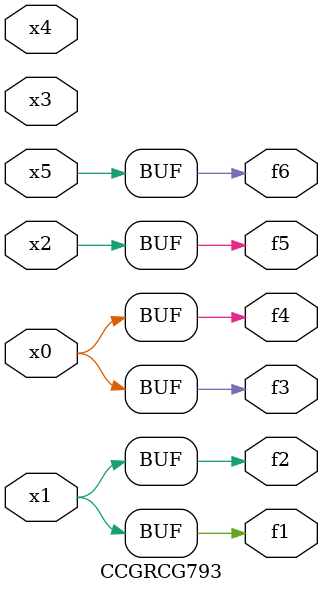
<source format=v>
module CCGRCG793(
	input x0, x1, x2, x3, x4, x5,
	output f1, f2, f3, f4, f5, f6
);
	assign f1 = x1;
	assign f2 = x1;
	assign f3 = x0;
	assign f4 = x0;
	assign f5 = x2;
	assign f6 = x5;
endmodule

</source>
